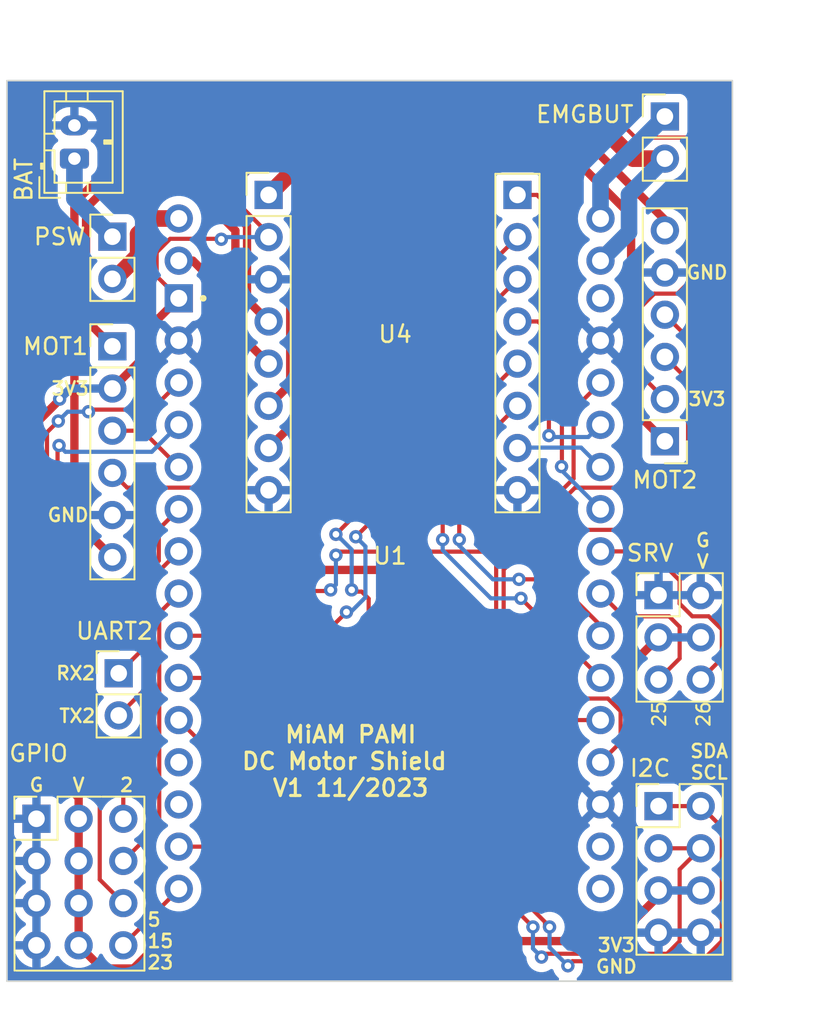
<source format=kicad_pcb>
(kicad_pcb (version 20221018) (generator pcbnew)
  (layers (0 "F.Cu" signal) (31 "B.Cu" signal) (34 "B.Paste" user) (35 "F.Paste" user) (36 "B.SilkS" user "B.Silkscreen") (37 "F.SilkS" user "F.Silkscreen") (38 "B.Mask" user) (39 "F.Mask" user) (44 "Edge.Cuts" user))
  (net 0 "")
  (net 1 "GND")
  (net 2 "+12V")
  (net 3 "/BAT_READING")
  (net 4 "+3V3")
  (net 5 "/POWER_SWITCH")
  (net 6 "/EMERGENCY_BUTTON")
  (net 7 "/5V_POWER")
  (net 8 "/SDA")
  (net 9 "/SCL")
  (net 10 "/2Y")
  (net 11 "/ENCODER_B1")
  (net 12 "/ENCODER_A1")
  (net 13 "/1Y")
  (net 14 "/3Y")
  (net 15 "/ENCODER_B2")
  (net 16 "/ENCODER_A2")
  (net 17 "/4Y")
  (net 18 "/BATTERY_INPUT")
  (net 19 "/RX2")
  (net 20 "/TX2")
  (net 21 "/GPIO2")
  (net 22 "/GPIO5")
  (net 23 "/GPIO15")
  (net 24 "/GPIO23")
  (net 25 "/SERVO_PWM_1")
  (net 26 "/SERVO_PWM_2")
  (net 27 "/1A")
  (net 28 "/2A")
  (net 32 "/3A")
  (net 33 "/4A")
  (net 34 "/EN12")
  (net 35 "/EN34")
  (net 36 "/STBY")
  (footprint "Connector_PinHeader_2.54mm:PinHeader_2x04_P2.54mm_Vertical" (layer "F.Cu") (at 86.614 90.17)
    (fp_text reference "I2C" (at -0.508 -2.286) (layer "F.SilkS"))
    (fp_text value "Conn_02x04_Odd_Even")
    (fp_line (start -1.33 -1.33) (end 0 -1.33) (stroke (width 0.12)) (layer "F.SilkS"))
    (fp_line (start -1.33 0) (end -1.33 -1.33) (stroke (width 0.12)) (layer "F.SilkS"))
    (fp_line (start -1.33 1.27) (end -1.33 8.95) (stroke (width 0.12)) (layer "F.SilkS"))
    (fp_line (start -1.33 1.27) (end 1.27 1.27) (stroke (width 0.12)) (layer "F.SilkS"))
    (fp_line (start -1.33 8.95) (end 3.87 8.95) (stroke (width 0.12)) (layer "F.SilkS"))
    (fp_line (start 1.27 -1.33) (end 3.87 -1.33) (stroke (width 0.12)) (layer "F.SilkS"))
    (fp_line (start 1.27 1.27) (end 1.27 -1.33) (stroke (width 0.12)) (layer "F.SilkS"))
    (fp_line (start 3.87 -1.33) (end 3.87 8.95) (stroke (width 0.12)) (layer "F.SilkS"))
    (pad "1" thru_hole rect (at 0 0) (size 1.7 1.7) (drill 1) (layers "*.Cu" "*.Mask") (net 8 "/SDA"))
    (pad "2" thru_hole oval (at 2.54 0) (size 1.7 1.7) (drill 1) (layers "*.Cu" "*.Mask") (net 8 "/SDA"))
    (pad "3" thru_hole oval (at 0 2.54) (size 1.7 1.7) (drill 1) (layers "*.Cu" "*.Mask") (net 9 "/SCL"))
    (pad "4" thru_hole oval (at 2.54 2.54) (size 1.7 1.7) (drill 1) (layers "*.Cu" "*.Mask") (net 9 "/SCL"))
    (pad "5" thru_hole oval (at 0 5.08) (size 1.7 1.7) (drill 1) (layers "*.Cu" "*.Mask") (net 4 "+3V3"))
    (pad "6" thru_hole oval (at 2.54 5.08) (size 1.7 1.7) (drill 1) (layers "*.Cu" "*.Mask") (net 4 "+3V3"))
    (pad "7" thru_hole oval (at 0 7.62) (size 1.7 1.7) (drill 1) (layers "*.Cu" "*.Mask") (net 1 "GND"))
    (pad "8" thru_hole oval (at 2.54 7.62) (size 1.7 1.7) (drill 1) (layers "*.Cu" "*.Mask") (net 1 "GND"))
  )
  (footprint "MiAM_ESP32_Footprints:ESP32_ShieldPattern" (layer "F.Cu") (at 70.4185 75.1055)
    (fp_text reference "U1" (at 0.0254 0) (layer "F.SilkS"))
    (fp_text value "ESP32-DEVKIT-V1")
    (fp_circle (center -11.2268 -15.515) (end -11.1268 -15.515) (stroke (width 0.2)) (fill none) (layer "F.SilkS"))
    (pad "1" thru_hole rect (at -12.7 -15.515) (size 1.7 1.7) (drill 1.02) (layers "*.Cu" "*.Mask") (net 4 "+3V3"))
    (pad "2" thru_hole circle (at -12.7 -12.975) (size 1.7 1.7) (drill 1.02) (layers "*.Cu" "*.Mask") (net 1 "GND"))
    (pad "3" thru_hole circle (at -12.7 -10.435) (size 1.7 1.7) (drill 1.02) (layers "*.Cu" "*.Mask") (net 23 "/GPIO15"))
    (pad "4" thru_hole circle (at -12.7 -7.895) (size 1.7 1.7) (drill 1.02) (layers "*.Cu" "*.Mask") (net 21 "/GPIO2"))
    (pad "5" thru_hole circle (at -12.7 -5.355) (size 1.7 1.7) (drill 1.02) (layers "*.Cu" "*.Mask") (net 11 "/ENCODER_B1"))
    (pad "6" thru_hole circle (at -12.7 -2.815) (size 1.7 1.7) (drill 1.02) (layers "*.Cu" "*.Mask") (net 19 "/RX2"))
    (pad "7" thru_hole circle (at -12.7 -0.275) (size 1.7 1.7) (drill 1.02) (layers "*.Cu" "*.Mask") (net 20 "/TX2"))
    (pad "8" thru_hole circle (at -12.7 2.265) (size 1.7 1.7) (drill 1.02) (layers "*.Cu" "*.Mask") (net 22 "/GPIO5"))
    (pad "9" thru_hole circle (at -12.7 4.805) (size 1.7 1.7) (drill 1.02) (layers "*.Cu" "*.Mask") (net 27 "/1A"))
    (pad "10" thru_hole circle (at -12.7 7.345) (size 1.7 1.7) (drill 1.02) (layers "*.Cu" "*.Mask") (net 28 "/2A"))
    (pad "11" thru_hole circle (at -12.7 9.885) (size 1.7 1.7) (drill 1.02) (layers "*.Cu" "*.Mask") (net 8 "/SDA"))
    (pad "12" thru_hole circle (at -12.7 12.425) (size 1.7 1.7) (drill 1.02) (layers "*.Cu" "*.Mask"))
    (pad "13" thru_hole circle (at -12.7 14.965) (size 1.7 1.7) (drill 1.02) (layers "*.Cu" "*.Mask"))
    (pad "14" thru_hole circle (at -12.7 17.505) (size 1.7 1.7) (drill 1.02) (layers "*.Cu" "*.Mask") (net 9 "/SCL"))
    (pad "15" thru_hole circle (at -12.7 20.045) (size 1.7 1.7) (drill 1.02) (layers "*.Cu" "*.Mask") (net 24 "/GPIO23"))
    (pad "16" thru_hole circle (at 12.7 20.045) (size 1.7 1.7) (drill 1.02) (layers "*.Cu" "*.Mask"))
    (pad "17" thru_hole circle (at 12.7 17.505) (size 1.7 1.7) (drill 1.02) (layers "*.Cu" "*.Mask") (net 3 "/BAT_READING"))
    (pad "18" thru_hole circle (at 12.7 14.965) (size 1.7 1.7) (drill 1.02) (layers "*.Cu" "*.Mask") (net 1 "GND"))
    (pad "19" thru_hole circle (at 12.7 12.425) (size 1.7 1.7) (drill 1.02) (layers "*.Cu" "*.Mask") (net 16 "/ENCODER_A2"))
    (pad "20" thru_hole circle (at 12.7 9.885) (size 1.7 1.7) (drill 1.02) (layers "*.Cu" "*.Mask") (net 15 "/ENCODER_B2"))
    (pad "21" thru_hole circle (at 12.7 7.345) (size 1.7 1.7) (drill 1.02) (layers "*.Cu" "*.Mask") (net 32 "/3A"))
    (pad "22" thru_hole circle (at 12.7 4.805) (size 1.7 1.7) (drill 1.02) (layers "*.Cu" "*.Mask") (net 33 "/4A"))
    (pad "23" thru_hole circle (at 12.7 2.265) (size 1.7 1.7) (drill 1.02) (layers "*.Cu" "*.Mask") (net 25 "/SERVO_PWM_1"))
    (pad "24" thru_hole circle (at 12.7 -0.275) (size 1.7 1.7) (drill 1.02) (layers "*.Cu" "*.Mask") (net 26 "/SERVO_PWM_2"))
    (pad "25" thru_hole circle (at 12.7 -2.815) (size 1.7 1.7) (drill 1.02) (layers "*.Cu" "*.Mask") (net 34 "/EN12"))
    (pad "26" thru_hole circle (at 12.7 -5.355) (size 1.7 1.7) (drill 1.02) (layers "*.Cu" "*.Mask") (net 35 "/EN34"))
    (pad "27" thru_hole circle (at 12.7 -7.895) (size 1.7 1.7) (drill 1.02) (layers "*.Cu" "*.Mask") (net 36 "/STBY"))
    (pad "28" thru_hole circle (at 12.7 -10.435) (size 1.7 1.7) (drill 1.02) (layers "*.Cu" "*.Mask") (net 12 "/ENCODER_A1"))
    (pad "29" thru_hole circle (at 12.7 -12.975) (size 1.7 1.7) (drill 1.02) (layers "*.Cu" "*.Mask") (net 1 "GND"))
    (pad "30" thru_hole circle (at 12.7 -15.515) (size 1.7 1.7) (drill 1.02) (layers "*.Cu" "*.Mask"))
    (pad "SH1" thru_hole circle (at 12.7 -17.78) (size 1.7 1.7) (drill 1.02) (layers "*.Cu" "*.Mask") (net 6 "/EMERGENCY_BUTTON"))
    (pad "SH2" thru_hole circle (at 12.7 -20.32) (size 1.7 1.7) (drill 1.02) (layers "*.Cu" "*.Mask") (net 2 "+12V"))
    (pad "SH3" thru_hole circle (at -12.7 -17.78) (size 1.7 1.7) (drill 1.02) (layers "*.Cu" "*.Mask") (net 7 "/5V_POWER"))
    (pad "SH4" thru_hole circle (at -12.7 -20.32) (size 1.7 1.7) (drill 1.02) (layers "*.Cu" "*.Mask") (net 5 "/POWER_SWITCH"))
  )
  (footprint "Connector_PinHeader_2.54mm:PinHeader_1x02_P2.54mm_Vertical" (layer "F.Cu") (at 54.102 82.169)
    (fp_text reference "UART2" (at -0.254 -2.54) (layer "F.SilkS"))
    (fp_text value "Conn_01x02_Male")
    (fp_line (start -1.33 -1.33) (end 0 -1.33) (stroke (width 0.12)) (layer "F.SilkS"))
    (fp_line (start -1.33 0) (end -1.33 -1.33) (stroke (width 0.12)) (layer "F.SilkS"))
    (fp_line (start -1.33 1.27) (end -1.33 3.87) (stroke (width 0.12)) (layer "F.SilkS"))
    (fp_line (start -1.33 1.27) (end 1.33 1.27) (stroke (width 0.12)) (layer "F.SilkS"))
    (fp_line (start -1.33 3.87) (end 1.33 3.87) (stroke (width 0.12)) (layer "F.SilkS"))
    (fp_line (start 1.33 1.27) (end 1.33 3.87) (stroke (width 0.12)) (layer "F.SilkS"))
    (pad "1" thru_hole rect (at 0 0) (size 1.7 1.7) (drill 1) (layers "*.Cu" "*.Mask") (net 19 "/RX2"))
    (pad "2" thru_hole oval (at 0 2.54) (size 1.7 1.7) (drill 1) (layers "*.Cu" "*.Mask") (net 20 "/TX2"))
  )
  (footprint "Connector_PinHeader_2.54mm:PinHeader_1x06_P2.54mm_Vertical" (layer "F.Cu") (at 86.995 68.199 180)
    (fp_text reference "MOT2" (at 0 -2.33) (layer "F.SilkS"))
    (fp_text value "Conn_01x06_Male")
    (fp_line (start -1.33 -1.33) (end 0 -1.33) (stroke (width 0.12)) (layer "F.SilkS"))
    (fp_line (start -1.33 0) (end -1.33 -1.33) (stroke (width 0.12)) (layer "F.SilkS"))
    (fp_line (start -1.33 1.27) (end -1.33 14.03) (stroke (width 0.12)) (layer "F.SilkS"))
    (fp_line (start -1.33 1.27) (end 1.33 1.27) (stroke (width 0.12)) (layer "F.SilkS"))
    (fp_line (start -1.33 14.03) (end 1.33 14.03) (stroke (width 0.12)) (layer "F.SilkS"))
    (fp_line (start 1.33 1.27) (end 1.33 14.03) (stroke (width 0.12)) (layer "F.SilkS"))
    (pad "1" thru_hole rect (at 0 0 180) (size 1.7 1.7) (drill 1) (layers "*.Cu" "*.Mask") (net 14 "/3Y"))
    (pad "2" thru_hole oval (at 0 2.54 180) (size 1.7 1.7) (drill 1) (layers "*.Cu" "*.Mask") (net 4 "+3V3"))
    (pad "3" thru_hole oval (at 0 5.08 180) (size 1.7 1.7) (drill 1) (layers "*.Cu" "*.Mask") (net 15 "/ENCODER_B2"))
    (pad "4" thru_hole oval (at 0 7.62 180) (size 1.7 1.7) (drill 1) (layers "*.Cu" "*.Mask") (net 16 "/ENCODER_A2"))
    (pad "5" thru_hole oval (at 0 10.16 180) (size 1.7 1.7) (drill 1) (layers "*.Cu" "*.Mask") (net 1 "GND"))
    (pad "6" thru_hole oval (at 0 12.7 180) (size 1.7 1.7) (drill 1) (layers "*.Cu" "*.Mask") (net 17 "/4Y"))
  )
  (footprint "Connector_PinHeader_2.54mm:PinHeader_2x03_P2.54mm_Vertical" (layer "F.Cu") (at 86.614 77.47)
    (fp_text reference "SRV" (at -0.508 -2.54 180) (layer "F.SilkS"))
    (fp_text value "Conn_02x03_Odd_Even")
    (fp_line (start -1.33 -1.33) (end 0 -1.33) (stroke (width 0.12)) (layer "F.SilkS"))
    (fp_line (start -1.33 0) (end -1.33 -1.33) (stroke (width 0.12)) (layer "F.SilkS"))
    (fp_line (start -1.33 1.27) (end -1.33 6.41) (stroke (width 0.12)) (layer "F.SilkS"))
    (fp_line (start -1.33 1.27) (end 1.27 1.27) (stroke (width 0.12)) (layer "F.SilkS"))
    (fp_line (start -1.33 6.41) (end 3.87 6.41) (stroke (width 0.12)) (layer "F.SilkS"))
    (fp_line (start 1.27 -1.33) (end 3.87 -1.33) (stroke (width 0.12)) (layer "F.SilkS"))
    (fp_line (start 1.27 1.27) (end 1.27 -1.33) (stroke (width 0.12)) (layer "F.SilkS"))
    (fp_line (start 3.87 -1.33) (end 3.87 6.41) (stroke (width 0.12)) (layer "F.SilkS"))
    (pad "1" thru_hole rect (at 0 0) (size 1.7 1.7) (drill 1) (layers "*.Cu" "*.Mask") (net 1 "GND"))
    (pad "2" thru_hole oval (at 2.54 0) (size 1.7 1.7) (drill 1) (layers "*.Cu" "*.Mask") (net 1 "GND"))
    (pad "3" thru_hole oval (at 0 2.54) (size 1.7 1.7) (drill 1) (layers "*.Cu" "*.Mask") (net 7 "/5V_POWER"))
    (pad "4" thru_hole oval (at 2.54 2.54) (size 1.7 1.7) (drill 1) (layers "*.Cu" "*.Mask") (net 7 "/5V_POWER"))
    (pad "5" thru_hole oval (at 0 5.08) (size 1.7 1.7) (drill 1) (layers "*.Cu" "*.Mask") (net 25 "/SERVO_PWM_1"))
    (pad "6" thru_hole oval (at 2.54 5.08) (size 1.7 1.7) (drill 1) (layers "*.Cu" "*.Mask") (net 26 "/SERVO_PWM_2"))
  )
  (footprint "MiAM_ESP32_Footprints:PinHeader_3x4_P2.54mm_Vertical" (layer "F.Cu") (at 49.149 90.932)
    (fp_text reference "GPIO" (at 0.127 -3.937) (layer "F.SilkS"))
    (fp_text value "~")
    (fp_line (start -1.33 -1.33) (end 0 -1.33) (stroke (width 0.12)) (layer "F.SilkS"))
    (fp_line (start -1.33 0) (end -1.33 -1.33) (stroke (width 0.12)) (layer "F.SilkS"))
    (fp_line (start -1.33 1.27) (end -1.3208 9.144) (stroke (width 0.12)) (layer "F.SilkS"))
    (fp_line (start -1.33 1.27) (end 1.27 1.27) (stroke (width 0.12)) (layer "F.SilkS"))
    (fp_line (start -1.226 9.144) (end 6.5024 9.144) (stroke (width 0.12)) (layer "F.SilkS"))
    (fp_line (start 1.27 -1.33) (end 3.87 -1.33) (stroke (width 0.12)) (layer "F.SilkS"))
    (fp_line (start 1.27 1.27) (end 1.27 -1.33) (stroke (width 0.12)) (layer "F.SilkS"))
    (fp_line (start 3.96 -1.33) (end 6.5 -1.33) (stroke (width 0.12)) (layer "F.SilkS"))
    (fp_line (start 6.5 -1.33) (end 6.5024 9.144) (stroke (width 0.12)) (layer "F.SilkS"))
    (pad "1" thru_hole rect (at 0 0) (size 1.7 1.7) (drill 1) (layers "*.Cu" "*.Mask") (net 1 "GND"))
    (pad "2" thru_hole oval (at 0 2.54) (size 1.7 1.7) (drill 1) (layers "*.Cu" "*.Mask") (net 1 "GND"))
    (pad "3" thru_hole oval (at 0 5.08) (size 1.7 1.7) (drill 1) (layers "*.Cu" "*.Mask") (net 1 "GND"))
    (pad "4" thru_hole oval (at 0 7.62) (size 1.7 1.7) (drill 1) (layers "*.Cu" "*.Mask") (net 1 "GND"))
    (pad "5" thru_hole oval (at 2.54 0) (size 1.7 1.7) (drill 1) (layers "*.Cu" "*.Mask") (net 4 "+3V3"))
    (pad "6" thru_hole oval (at 2.54 2.54) (size 1.7 1.7) (drill 1) (layers "*.Cu" "*.Mask") (net 4 "+3V3"))
    (pad "7" thru_hole oval (at 2.54 5.08) (size 1.7 1.7) (drill 1) (layers "*.Cu" "*.Mask") (net 4 "+3V3"))
    (pad "8" thru_hole oval (at 2.54 7.62) (size 1.7 1.7) (drill 1) (layers "*.Cu" "*.Mask") (net 4 "+3V3"))
    (pad "9" thru_hole oval (at 5.23 0) (size 1.7 1.7) (drill 1) (layers "*.Cu" "*.Mask") (net 21 "/GPIO2"))
    (pad "10" thru_hole oval (at 5.23 2.54) (size 1.7 1.7) (drill 1) (layers "*.Cu" "*.Mask") (net 22 "/GPIO5"))
    (pad "11" thru_hole oval (at 5.23 5.08) (size 1.7 1.7) (drill 1) (layers "*.Cu" "*.Mask") (net 23 "/GPIO15"))
    (pad "12" thru_hole oval (at 5.23 7.62) (size 1.7 1.7) (drill 1) (layers "*.Cu" "*.Mask") (net 24 "/GPIO23"))
  )
  (footprint "Connector_PinHeader_2.54mm:PinHeader_1x02_P2.54mm_Vertical" (layer "F.Cu") (at 86.995 48.641)
    (fp_text reference "EMGBUT" (at -4.826 -0.127) (layer "F.SilkS"))
    (fp_text value "Conn_01x02_Male")
    (fp_line (start -1.33 -1.33) (end 0 -1.33) (stroke (width 0.12)) (layer "F.SilkS"))
    (fp_line (start -1.33 0) (end -1.33 -1.33) (stroke (width 0.12)) (layer "F.SilkS"))
    (fp_line (start -1.33 1.27) (end -1.33 3.87) (stroke (width 0.12)) (layer "F.SilkS"))
    (fp_line (start -1.33 1.27) (end 1.33 1.27) (stroke (width 0.12)) (layer "F.SilkS"))
    (fp_line (start -1.33 3.87) (end 1.33 3.87) (stroke (width 0.12)) (layer "F.SilkS"))
    (fp_line (start 1.33 1.27) (end 1.33 3.87) (stroke (width 0.12)) (layer "F.SilkS"))
    (pad "1" thru_hole rect (at 0 0) (size 1.7 1.7) (drill 1) (layers "*.Cu" "*.Mask") (net 2 "+12V"))
    (pad "2" thru_hole oval (at 0 2.54) (size 1.7 1.7) (drill 1) (layers "*.Cu" "*.Mask") (net 6 "/EMERGENCY_BUTTON"))
  )
  (footprint "Connector_PinHeader_2.54mm:PinHeader_1x02_P2.54mm_Vertical" (layer "F.Cu") (at 53.721 55.88)
    (fp_text reference "PSW" (at -3.175 0) (layer "F.SilkS"))
    (fp_text value "Conn_01x02_Male")
    (fp_line (start -1.33 -1.33) (end 0 -1.33) (stroke (width 0.12)) (layer "F.SilkS"))
    (fp_line (start -1.33 0) (end -1.33 -1.33) (stroke (width 0.12)) (layer "F.SilkS"))
    (fp_line (start -1.33 1.27) (end -1.33 3.87) (stroke (width 0.12)) (layer "F.SilkS"))
    (fp_line (start -1.33 1.27) (end 1.33 1.27) (stroke (width 0.12)) (layer "F.SilkS"))
    (fp_line (start -1.33 3.87) (end 1.33 3.87) (stroke (width 0.12)) (layer "F.SilkS"))
    (fp_line (start 1.33 1.27) (end 1.33 3.87) (stroke (width 0.12)) (layer "F.SilkS"))
    (pad "1" thru_hole rect (at 0 0) (size 1.7 1.7) (drill 1) (layers "*.Cu" "*.Mask") (net 18 "/BATTERY_INPUT"))
    (pad "2" thru_hole oval (at 0 2.54) (size 1.7 1.7) (drill 1) (layers "*.Cu" "*.Mask") (net 5 "/POWER_SWITCH"))
  )
  (footprint "Connector_JST:JST_PH_B2B-PH-K_1x02_P2.00mm_Vertical" (layer "F.Cu") (at 51.435 51.181 90)
    (fp_text reference "BAT" (at -1.27 -3.048 90) (layer "F.SilkS"))
    (fp_text value "Screw_Terminal_01x02")
    (fp_line (start -2.36 -2.11) (end -2.36 -0.86) (stroke (width 0.12)) (layer "F.SilkS"))
    (fp_line (start -2.06 -1.81) (end -2.06 2.91) (stroke (width 0.12)) (layer "F.SilkS"))
    (fp_line (start -2.06 -0.5) (end -1.45 -0.5) (stroke (width 0.12)) (layer "F.SilkS"))
    (fp_line (start -2.06 0.8) (end -1.45 0.8) (stroke (width 0.12)) (layer "F.SilkS"))
    (fp_line (start -2.06 2.91) (end 4.06 2.91) (stroke (width 0.12)) (layer "F.SilkS"))
    (fp_line (start -1.45 -1.2) (end -1.45 2.3) (stroke (width 0.12)) (layer "F.SilkS"))
    (fp_line (start -1.45 2.3) (end 3.45 2.3) (stroke (width 0.12)) (layer "F.SilkS"))
    (fp_line (start -1.11 -2.11) (end -2.36 -2.11) (stroke (width 0.12)) (layer "F.SilkS"))
    (fp_line (start -0.6 -2.01) (end -0.6 -1.81) (stroke (width 0.12)) (layer "F.SilkS"))
    (fp_line (start -0.3 -2.01) (end -0.6 -2.01) (stroke (width 0.12)) (layer "F.SilkS"))
    (fp_line (start -0.3 -1.91) (end -0.6 -1.91) (stroke (width 0.12)) (layer "F.SilkS"))
    (fp_line (start -0.3 -1.81) (end -0.3 -2.01) (stroke (width 0.12)) (layer "F.SilkS"))
    (fp_line (start 0.5 -1.81) (end 0.5 -1.2) (stroke (width 0.12)) (layer "F.SilkS"))
    (fp_line (start 0.5 -1.2) (end -1.45 -1.2) (stroke (width 0.12)) (layer "F.SilkS"))
    (fp_line (start 0.9 1.8) (end 1.1 1.8) (stroke (width 0.12)) (layer "F.SilkS"))
    (fp_line (start 0.9 2.3) (end 0.9 1.8) (stroke (width 0.12)) (layer "F.SilkS"))
    (fp_line (start 1 2.3) (end 1 1.8) (stroke (width 0.12)) (layer "F.SilkS"))
    (fp_line (start 1.1 1.8) (end 1.1 2.3) (stroke (width 0.12)) (layer "F.SilkS"))
    (fp_line (start 1.5 -1.2) (end 1.5 -1.81) (stroke (width 0.12)) (layer "F.SilkS"))
    (fp_line (start 3.45 -1.2) (end 1.5 -1.2) (stroke (width 0.12)) (layer "F.SilkS"))
    (fp_line (start 3.45 2.3) (end 3.45 -1.2) (stroke (width 0.12)) (layer "F.SilkS"))
    (fp_line (start 4.06 -1.81) (end -2.06 -1.81) (stroke (width 0.12)) (layer "F.SilkS"))
    (fp_line (start 4.06 -0.5) (end 3.45 -0.5) (stroke (width 0.12)) (layer "F.SilkS"))
    (fp_line (start 4.06 0.8) (end 3.45 0.8) (stroke (width 0.12)) (layer "F.SilkS"))
    (fp_line (start 4.06 2.91) (end 4.06 -1.81) (stroke (width 0.12)) (layer "F.SilkS"))
    (pad "1" thru_hole roundrect (at 0 0 90) (size 1.2 1.75) (drill 0.75) (layers "*.Cu" "*.Mask") (roundrect_rratio 0.2083333333) (net 18 "/BATTERY_INPUT"))
    (pad "2" thru_hole oval (at 2 0 90) (size 1.2 1.75) (drill 0.75) (layers "*.Cu" "*.Mask") (net 1 "GND"))
  )
  (footprint "MiAM_ESP32_Footprints:TB6612FNG" (layer "F.Cu") (at 63.13 73.6855)
    (fp_text reference "U4" (at 7.62 -11.93 unlocked) (layer "F.SilkS"))
    (fp_text value "TB6612FNG")
    (fp_line (start -1.33 -21.65) (end 0 -21.65) (stroke (width 0.12)) (layer "F.SilkS"))
    (fp_line (start -1.33 -20.32) (end -1.33 -21.65) (stroke (width 0.12)) (layer "F.SilkS"))
    (fp_line (start -1.33 -19.05) (end -1.33 -1.21) (stroke (width 0.12)) (layer "F.SilkS"))
    (fp_line (start -1.33 -19.05) (end 1.33 -19.05) (stroke (width 0.12)) (layer "F.SilkS"))
    (fp_line (start -1.33 -1.21) (end 1.33 -1.21) (stroke (width 0.12)) (layer "F.SilkS"))
    (fp_line (start 1.33 -19.05) (end 1.33 -1.21) (stroke (width 0.12)) (layer "F.SilkS"))
    (fp_line (start 13.656 -21.59) (end 13.656 -1.21) (stroke (width 0.12)) (layer "F.SilkS"))
    (fp_line (start 13.656 -21.59) (end 16.316 -21.59) (stroke (width 0.12)) (layer "F.SilkS"))
    (fp_line (start 13.656 -1.21) (end 16.316 -1.21) (stroke (width 0.12)) (layer "F.SilkS"))
    (fp_line (start 16.316 -21.59) (end 16.316 -1.21) (stroke (width 0.12)) (layer "F.SilkS"))
    (pad "1" thru_hole rect (at 0 -20.32) (size 1.7 1.7) (drill 1) (layers "*.Cu" "*.Mask") (net 6 "/EMERGENCY_BUTTON"))
    (pad "2" thru_hole oval (at 0 -17.78) (size 1.7 1.7) (drill 1) (layers "*.Cu" "*.Mask") (net 4 "+3V3"))
    (pad "3" thru_hole oval (at 0 -15.24) (size 1.7 1.7) (drill 1) (layers "*.Cu" "*.Mask") (net 1 "GND"))
    (pad "4" thru_hole oval (at 0 -12.7) (size 1.7 1.7) (drill 1) (layers "*.Cu" "*.Mask") (net 13 "/1Y"))
    (pad "5" thru_hole oval (at 0 -10.16) (size 1.7 1.7) (drill 1) (layers "*.Cu" "*.Mask") (net 10 "/2Y"))
    (pad "6" thru_hole oval (at 0 -7.62) (size 1.7 1.7) (drill 1) (layers "*.Cu" "*.Mask") (net 17 "/4Y"))
    (pad "7" thru_hole oval (at 0 -5.08) (size 1.7 1.7) (drill 1) (layers "*.Cu" "*.Mask") (net 14 "/3Y"))
    (pad "8" thru_hole oval (at 0 -2.54) (size 1.7 1.7) (drill 1) (layers "*.Cu" "*.Mask") (net 1 "GND"))
    (pad "9" thru_hole oval (at 14.986 -2.54) (size 1.7 1.7) (drill 1) (layers "*.Cu" "*.Mask") (net 1 "GND"))
    (pad "10" thru_hole oval (at 14.986 -5.08) (size 1.7 1.7) (drill 1) (layers "*.Cu" "*.Mask") (net 35 "/EN34"))
    (pad "11" thru_hole oval (at 14.986 -7.62) (size 1.7 1.7) (drill 1) (layers "*.Cu" "*.Mask") (net 33 "/4A"))
    (pad "12" thru_hole oval (at 14.986 -10.16) (size 1.7 1.7) (drill 1) (layers "*.Cu" "*.Mask") (net 32 "/3A"))
    (pad "13" thru_hole oval (at 14.986 -12.7) (size 1.7 1.7) (drill 1) (layers "*.Cu" "*.Mask") (net 36 "/STBY"))
    (pad "14" thru_hole oval (at 14.986 -15.24) (size 1.7 1.7) (drill 1) (layers "*.Cu" "*.Mask") (net 27 "/1A"))
    (pad "15" thru_hole oval (at 14.986 -17.78) (size 1.7 1.7) (drill 1) (layers "*.Cu" "*.Mask") (net 28 "/2A"))
    (pad "16" thru_hole rect (at 14.986 -20.32) (size 1.7 1.7) (drill 1) (layers "*.Cu" "*.Mask") (net 34 "/EN12"))
  )
  (footprint "Connector_PinHeader_2.54mm:PinHeader_1x06_P2.54mm_Vertical" (layer "F.Cu") (at 53.721 62.484)
    (fp_text reference "MOT1" (at -3.429 0) (layer "F.SilkS"))
    (fp_text value "Conn_01x06_Male")
    (fp_line (start -1.33 -1.33) (end 0 -1.33) (stroke (width 0.12)) (layer "F.SilkS"))
    (fp_line (start -1.33 0) (end -1.33 -1.33) (stroke (width 0.12)) (layer "F.SilkS"))
    (fp_line (start -1.33 1.27) (end -1.33 14.03) (stroke (width 0.12)) (layer "F.SilkS"))
    (fp_line (start -1.33 1.27) (end 1.33 1.27) (stroke (width 0.12)) (layer "F.SilkS"))
    (fp_line (start -1.33 14.03) (end 1.33 14.03) (stroke (width 0.12)) (layer "F.SilkS"))
    (fp_line (start 1.33 1.27) (end 1.33 14.03) (stroke (width 0.12)) (layer "F.SilkS"))
    (pad "1" thru_hole rect (at 0 0) (size 1.7 1.7) (drill 1) (layers "*.Cu" "*.Mask") (net 10 "/2Y"))
    (pad "2" thru_hole oval (at 0 2.54) (size 1.7 1.7) (drill 1) (layers "*.Cu" "*.Mask") (net 4 "+3V3"))
    (pad "3" thru_hole oval (at 0 5.08) (size 1.7 1.7) (drill 1) (layers "*.Cu" "*.Mask") (net 11 "/ENCODER_B1"))
    (pad "4" thru_hole oval (at 0 7.62) (size 1.7 1.7) (drill 1) (layers "*.Cu" "*.Mask") (net 12 "/ENCODER_A1"))
    (pad "5" thru_hole oval (at 0 10.16) (size 1.7 1.7) (drill 1) (layers "*.Cu" "*.Mask") (net 1 "GND"))
    (pad "6" thru_hole oval (at 0 12.7) (size 1.7 1.7) (drill 1) (layers "*.Cu" "*.Mask") (net 13 "/1Y"))
  )
  (gr_rect (start 47.371 46.482) (end 91.059 100.711) (stroke (width 0.1)) (fill none) (layer "Edge.Cuts"))
  (gr_text "G\nV" (at 89.281 74.803) (layer "F.SilkS") (effects (font (size 0.8 0.8))))
  (gr_text "5\n15\n23" (at 55.753 98.298) (layer "F.SilkS") (effects (font (size 0.8 0.8)) (justify left)))
  (gr_text "GND" (at 51.054 72.644) (layer "F.SilkS") (effects (font (size 0.8 0.8))))
  (gr_text "MiAM PAMI\nDC Motor Shield \nV1 11/2023" (at 68.072 89.662) (layer "F.SilkS") (effects (font (size 1 1) (thickness 0.1875)) (justify bottom)))
  (gr_text "26" (at 89.789 85.471 90) (layer "F.SilkS") (effects (font (size 0.8 0.8) (thickness 0.125)) (justify left bottom)))
  (gr_text "G" (at 49.149 88.9) (layer "F.SilkS") (effects (font (size 0.8 0.8))))
  (gr_text "2" (at 54.102 88.9) (layer "F.SilkS") (effects (font (size 0.8 0.8)) (justify left)))
  (gr_text "3V3" (at 51.181 65.024) (layer "F.SilkS") (effects (font (size 0.8 0.8))))
  (gr_text "GND" (at 89.535 58.039) (layer "F.SilkS") (effects (font (size 0.8 0.8))))
  (gr_text "RX2" (at 52.772 82.169) (layer "F.SilkS") (effects (font (size 0.8 0.8)) (justify right)))
  (gr_text "3V3\nGND" (at 84.074 99.187) (layer "F.SilkS") (effects (font (size 0.8 0.8))))
  (gr_text "25" (at 87.122 85.471 90) (layer "F.SilkS") (effects (font (size 0.8 0.8) (thickness 0.125)) (justify left bottom)))
  (gr_text "TX2" (at 52.772 84.739) (layer "F.SilkS") (effects (font (size 0.8 0.8)) (justify right)))
  (gr_text "SDA\nSCL" (at 89.662 87.503) (layer "F.SilkS") (effects (font (size 0.8 0.8))))
  (gr_text "V" (at 51.689 88.9) (layer "F.SilkS") (effects (font (size 0.8 0.8))))
  (gr_text "3V3" (at 89.535 65.659) (layer "F.SilkS") (effects (font (size 0.8 0.8))))
  (segment (start 83.1185 54.7855) (end 83.1185 52.5175) (width 1) (layer "B.Cu") (net 2))
  (segment (start 83.1185 52.5175) (end 86.995 48.641) (width 1) (layer "B.Cu") (net 2))
  (segment (start 87.757 59.309) (end 86.36 59.309) (width 0.25) (layer "F.Cu") (net 4))
  (segment (start 49.022 86.995) (end 51.689 89.662) (width 0.5) (layer "F.Cu") (net 4))
  (segment (start 56.007 61.302) (end 57.7185 59.5905) (width 0.5) (layer "F.Cu") (net 4))
  (segment (start 88.265 49.911) (end 88.773 50.419) (width 0.25) (layer "F.Cu") (net 4))
  (segment (start 60.2805 56.035913) (end 60.251587 56.007) (width 0.25) (layer "F.Cu") (net 4))
  (segment (start 86.614 95.25) (end 86.614 95.577502) (width 0.5) (layer "F.Cu") (net 4))
  (segment (start 63.13 55.9055) (end 63.13 55.712828) (width 0.25) (layer "F.Cu") (net 4))
  (segment (start 56.642 98.298) (end 54.991 99.949) (width 0.5) (layer "F.Cu") (net 4))
  (segment (start 54.991 99.949) (end 53.086 99.949) (width 0.5) (layer "F.Cu") (net 4))
  (segment (start 50.546 65.6985) (end 49.022 67.2225) (width 0.5) (layer "F.Cu") (net 4))
  (segment (start 57.199973 56.007) (end 56.388 56.818973) (width 0.25) (layer "F.Cu") (net 4))
  (segment (start 63.13 55.712828) (end 61.595 54.177828) (width 0.25) (layer "F.Cu") (net 4))
  (segment (start 85.217 49.911) (end 88.265 49.911) (width 0.25) (layer "F.Cu") (net 4))
  (segment (start 51.689 89.662) (end 51.689 90.932) (width 0.5) (layer "F.Cu") (net 4))
  (segment (start 65.786 48.133) (end 83.439 48.133) (width 0.25) (layer "F.Cu") (net 4))
  (segment (start 56.388 58.26) (end 57.7185 59.5905) (width 0.25) (layer "F.Cu") (net 4))
  (segment (start 53.086 99.949) (end 51.689 98.552) (width 0.5) (layer "F.Cu") (net 4))
  (segment (start 61.595 54.177828) (end 61.595 52.324) (width 0.25) (layer "F.Cu") (net 4))
  (segment (start 61.595 52.324) (end 65.786 48.133) (width 0.25) (layer "F.Cu") (net 4))
  (segment (start 83.893502 98.298) (end 56.642 98.298) (width 0.5) (layer "F.Cu") (net 4))
  (segment (start 60.251587 56.007) (end 57.199973 56.007) (width 0.25) (layer "F.Cu") (net 4))
  (segment (start 53.721 65.024) (end 56.007 62.738) (width 0.5) (layer "F.Cu") (net 4))
  (segment (start 51.689 98.552) (end 51.689 90.932) (width 0.5) (layer "F.Cu") (net 4))
  (segment (start 86.36 59.309) (end 85.598 60.071) (width 0.25) (layer "F.Cu") (net 4))
  (segment (start 50.546 65.659) (end 50.546 65.6985) (width 0.5) (layer "F.Cu") (net 4))
  (segment (start 83.439 48.133) (end 85.217 49.911) (width 0.25) (layer "F.Cu") (net 4))
  (segment (start 85.598 60.071) (end 85.598 64.262) (width 0.25) (layer "F.Cu") (net 4))
  (segment (start 85.598 64.262) (end 86.995 65.659) (width 0.25) (layer "F.Cu") (net 4))
  (segment (start 88.773 50.419) (end 88.773 58.293) (width 0.25) (layer "F.Cu") (net 4))
  (segment (start 56.007 62.738) (end 56.007 61.302) (width 0.5) (layer "F.Cu") (net 4))
  (segment (start 49.022 67.2225) (end 49.022 86.995) (width 0.5) (layer "F.Cu") (net 4))
  (segment (start 86.614 95.577502) (end 83.893502 98.298) (width 0.5) (layer "F.Cu") (net 4))
  (segment (start 56.388 56.818973) (end 56.388 58.26) (width 0.25) (layer "F.Cu") (net 4))
  (segment (start 88.773 58.293) (end 87.757 59.309) (width 0.25) (layer "F.Cu") (net 4))
  (via (at 50.546 65.659) (size 0.8) (drill 0.4) (layers "F.Cu" "B.Cu") (net 4))
  (via (at 60.2805 56.035913) (size 0.8) (drill 0.4) (layers "F.Cu" "B.Cu") (net 4))
  (segment (start 50.546 65.659) (end 51.181 65.024) (width 0.5) (layer "B.Cu") (net 4))
  (segment (start 51.181 65.024) (end 53.721 65.024) (width 0.5) (layer "B.Cu") (net 4))
  (segment (start 86.614 95.25) (end 89.154 95.25) (width 0.5) (layer "B.Cu") (net 4))
  (segment (start 60.410913 55.9055) (end 63.13 55.9055) (width 0.25) (layer "B.Cu") (net 4))
  (segment (start 60.2805 56.035913) (end 60.410913 55.9055) (width 0.25) (layer "B.Cu") (net 4))
  (segment (start 55.271 55.727) (end 56.2125 54.7855) (width 1) (layer "F.Cu") (net 5))
  (segment (start 55.271 57.01995) (end 55.271 55.727) (width 1) (layer "F.Cu") (net 5))
  (segment (start 56.2125 54.7855) (end 57.7185 54.7855) (width 1) (layer "F.Cu") (net 5))
  (segment (start 53.721 58.42) (end 53.87095 58.42) (width 1) (layer "F.Cu") (net 5))
  (segment (start 53.87095 58.42) (end 55.271 57.01995) (width 1) (layer "F.Cu") (net 5))
  (segment (start 86.995 51.181) (end 85.09 51.181) (width 1) (layer "F.Cu") (net 6))
  (segment (start 85.09 51.181) (end 83.058 49.149) (width 1) (layer "F.Cu") (net 6))
  (segment (start 67.3465 49.149) (end 63.13 53.3655) (width 1) (layer "F.Cu") (net 6))
  (segment (start 83.058 49.149) (end 67.3465 49.149) (width 1) (layer "F.Cu") (net 6))
  (segment (start 86.995 51.181) (end 84.836 53.34) (width 1) (layer "B.Cu") (net 6))
  (segment (start 84.836 55.608) (end 83.1185 57.3255) (width 1) (layer "B.Cu") (net 6))
  (segment (start 84.836 53.34) (end 84.836 55.608) (width 1) (layer "B.Cu") (net 6))
  (segment (start 59.563 58.32) (end 59.563 70.612) (width 0.5) (layer "F.Cu") (net 7))
  (segment (start 84.963 81.661) (end 86.614 80.01) (width 0.5) (layer "F.Cu") (net 7))
  (segment (start 59.563 70.612) (end 64.897 75.946) (width 0.5) (layer "F.Cu") (net 7))
  (segment (start 75.184 89.662) (end 82.423 96.901) (width 0.5) (layer "F.Cu") (net 7))
  (segment (start 83.947 96.901) (end 84.963 95.885) (width 0.5) (layer "F.Cu") (net 7))
  (segment (start 82.423 96.901) (end 83.947 96.901) (width 0.5) (layer "F.Cu") (net 7))
  (segment (start 58.5685 57.3255) (end 59.563 58.32) (width 0.5) (layer "F.Cu") (net 7))
  (segment (start 71.882 75.946) (end 75.184 79.248) (width 0.5) (layer "F.Cu") (net 7))
  (segment (start 75.184 79.248) (end 75.184 89.662) (width 0.5) (layer "F.Cu") (net 7))
  (segment (start 57.7185 57.3255) (end 58.5685 57.3255) (width 0.5) (layer "F.Cu") (net 7))
  (segment (start 84.963 95.885) (end 84.963 81.661) (width 0.5) (layer "F.Cu") (net 7))
  (segment (start 64.897 75.946) (end 71.882 75.946) (width 0.5) (layer "F.Cu") (net 7))
  (segment (start 86.614 80.01) (end 89.154 80.01) (width 0.5) (layer "B.Cu") (net 7))
  (segment (start 79.775065 97.148195) (end 78.76587 96.139) (width 0.25) (layer "F.Cu") (net 8))
  (segment (start 60.411896 87.683896) (end 57.7185 84.9905) (width 0.25) (layer "F.Cu") (net 8))
  (segment (start 80.049568 97.4485) (end 79.775065 97.4485) (width 0.25) (layer "F.Cu") (net 8))
  (segment (start 78.76587 96.139) (end 64.390396 96.139) (width 0.25) (layer "F.Cu") (net 8))
  (segment (start 79.775065 97.4485) (end 79.775065 97.148195) (width 0.25) (layer "F.Cu") (net 8))
  (segment (start 90.424 98.298) (end 90.424 91.44) (width 0.25) (layer "F.Cu") (net 8))
  (segment (start 60.411896 92.1605) (end 60.411896 87.683896) (width 0.25) (layer "F.Cu") (net 8))
  (segment (start 89.212 99.51) (end 90.424 98.298) (width 0.25) (layer "F.Cu") (net 8))
  (segment (start 90.424 91.44) (end 89.154 90.17) (width 0.25) (layer "F.Cu") (net 8))
  (segment (start 64.390396 96.139) (end 60.411896 92.1605) (width 0.25) (layer "F.Cu") (net 8))
  (segment (start 81.153 99.7845) (end 81.4275 99.51) (width 0.25) (layer "F.Cu") (net 8))
  (segment (start 81.4275 99.51) (end 89.212 99.51) (width 0.25) (layer "F.Cu") (net 8))
  (segment (start 89.154 90.17) (end 86.614 90.17) (width 0.25) (layer "F.Cu") (net 8))
  (via (at 80.049568 97.4485) (size 0.8) (drill 0.4) (layers "F.Cu" "B.Cu") (net 8))
  (via (at 81.153 99.7845) (size 0.8) (drill 0.4) (layers "F.Cu" "B.Cu") (net 8))
  (segment (start 80.049568 98.681068) (end 80.049568 97.4485) (width 0.25) (layer "B.Cu") (net 8))
  (segment (start 81.153 99.7845) (end 80.049568 98.681068) (width 0.25) (layer "B.Cu") (net 8))
  (segment (start 89.154 92.71) (end 86.614 92.71) (width 0.25) (layer "F.Cu") (net 9))
  (segment (start 87.884 98.302527) (end 87.126527 99.06) (width 0.25) (layer "F.Cu") (net 9))
  (segment (start 64.245503 96.630503) (end 60.2255 92.6105) (width 0.25) (layer "F.Cu") (net 9))
  (segment (start 87.884 93.98) (end 87.884 98.302527) (width 0.25) (layer "F.Cu") (net 9))
  (segment (start 89.154 92.71) (end 87.884 93.98) (width 0.25) (layer "F.Cu") (net 9))
  (segment (start 79.763221 99.06) (end 79.564811 99.25841) (width 0.25) (layer "F.Cu") (net 9))
  (segment (start 87.126527 99.06) (end 79.763221 99.06) (width 0.25) (layer "F.Cu") (net 9))
  (segment (start 78.232068 96.630503) (end 64.245503 96.630503) (width 0.25) (layer "F.Cu") (net 9))
  (segment (start 79.050065 97.4485) (end 78.232068 96.630503) (width 0.25) (layer "F.Cu") (net 9))
  (segment (start 60.2255 92.6105) (end 57.7185 92.6105) (width 0.25) (layer "F.Cu") (net 9))
  (via (at 79.050065 97.4485) (size 0.8) (drill 0.4) (layers "F.Cu" "B.Cu") (net 9))
  (via (at 79.564811 99.25841) (size 0.8) (drill 0.4) (layers "F.Cu" "B.Cu") (net 9))
  (segment (start 79.050065 97.4485) (end 79.050065 98.743664) (width 0.25) (layer "B.Cu") (net 9))
  (segment (start 79.050065 98.743664) (end 79.564811 99.25841) (width 0.25) (layer "B.Cu") (net 9))
  (segment (start 53.148 53.151) (end 52.135 54.164) (width 0.5) (layer "F.Cu") (net 10))
  (segment (start 58.76505 53.151) (end 53.148 53.151) (width 0.5) (layer "F.Cu") (net 10))
  (segment (start 61.13 61.5255) (end 61.13 55.51595) (width 0.5) (layer "F.Cu") (net 10))
  (segment (start 52.135 60.898) (end 53.721 62.484) (width 0.5) (layer "F.Cu") (net 10))
  (segment (start 61.13 55.51595) (end 58.76505 53.151) (width 0.5) (layer "F.Cu") (net 10))
  (segment (start 52.135 54.164) (end 52.135 60.898) (width 0.5) (layer "F.Cu") (net 10))
  (segment (start 63.13 63.5255) (end 61.13 61.5255) (width 0.5) (layer "F.Cu") (net 10))
  (segment (start 53.721 67.564) (end 55.532 67.564) (width 0.25) (layer "F.Cu") (net 11))
  (segment (start 55.532 67.564) (end 57.7185 69.7505) (width 0.25) (layer "F.Cu") (net 11))
  (segment (start 64.77 77.216) (end 58.547 70.993) (width 0.25) (layer "F.Cu") (net 12))
  (segment (start 67.3935 74.8465) (end 77.096672 74.8465) (width 0.25) (layer "F.Cu") (net 12))
  (segment (start 58.547 70.993) (end 54.61 70.993) (width 0.25) (layer "F.Cu") (net 12))
  (segment (start 66.8655 77.1525) (end 66.802 77.216) (width 0.25) (layer "F.Cu") (net 12))
  (segment (start 81.497 70.446172) (end 81.497 66.292) (width 0.25) (layer "F.Cu") (net 12))
  (segment (start 67.183 75.057) (end 67.3935 74.8465) (width 0.25) (layer "F.Cu") (net 12))
  (segment (start 54.61 70.993) (end 53.721 70.104) (width 0.25) (layer "F.Cu") (net 12))
  (segment (start 77.096672 74.8465) (end 81.497 70.446172) (width 0.25) (layer "F.Cu") (net 12))
  (segment (start 66.802 77.216) (end 64.77 77.216) (width 0.25) (layer "F.Cu") (net 12))
  (segment (start 81.497 66.292) (end 83.1185 64.6705) (width 0.25) (layer "F.Cu") (net 12))
  (via (at 67.183 75.057) (size 0.8) (drill 0.4) (layers "F.Cu" "B.Cu") (net 12))
  (via (at 66.8655 77.1525) (size 0.8) (drill 0.4) (layers "F.Cu" "B.Cu") (net 12))
  (segment (start 66.8655 77.1525) (end 67.183 76.835) (width 0.25) (layer "B.Cu") (net 12))
  (segment (start 67.183 76.835) (end 67.183 75.057) (width 0.25) (layer "B.Cu") (net 12))
  (segment (start 61.83 59.6855) (end 61.83 55.226) (width 0.5) (layer "F.Cu") (net 13))
  (segment (start 52.832 52.451) (end 51.435 53.848) (width 0.5) (layer "F.Cu") (net 13))
  (segment (start 61.83 55.226) (end 59.055 52.451) (width 0.5) (layer "F.Cu") (net 13))
  (segment (start 59.055 52.451) (end 52.832 52.451) (width 0.5) (layer "F.Cu") (net 13))
  (segment (start 51.435 53.848) (end 51.435 72.898) (width 0.5) (layer "F.Cu") (net 13))
  (segment (start 51.435 72.898) (end 53.721 75.184) (width 0.5) (layer "F.Cu") (net 13))
  (segment (start 63.13 60.9855) (end 61.83 59.6855) (width 0.5) (layer "F.Cu") (net 13))
  (segment (start 84.963 66.167) (end 86.995 68.199) (width 0.5) (layer "F.Cu") (net 14))
  (segment (start 81.853 51.5) (end 84.963 54.61) (width 0.5) (layer "F.Cu") (net 14))
  (segment (start 65.13 66.6055) (end 65.13 59.965) (width 0.5) (layer "F.Cu") (net 14))
  (segment (start 63.13 68.6055) (end 65.13 66.6055) (width 0.5) (layer "F.Cu") (net 14))
  (segment (start 65.13 59.965) (end 73.595 51.5) (width 0.5) (layer "F.Cu") (net 14))
  (segment (start 73.595 51.5) (end 81.853 51.5) (width 0.5) (layer "F.Cu") (net 14))
  (segment (start 84.963 54.61) (end 84.963 66.167) (width 0.5) (layer "F.Cu") (net 14))
  (segment (start 76.835 80.264) (end 81.5615 84.9905) (width 0.25) (layer "F.Cu") (net 15))
  (segment (start 81.5615 84.9905) (end 83.1185 84.9905) (width 0.25) (layer "F.Cu") (net 15))
  (segment (start 81.586568 70.993) (end 76.835 75.744568) (width 0.25) (layer "F.Cu") (net 15))
  (segment (start 86.868 70.993) (end 81.586568 70.993) (width 0.25) (layer "F.Cu") (net 15))
  (segment (start 88.392 64.516) (end 88.392 69.469) (width 0.25) (layer "F.Cu") (net 15))
  (segment (start 76.835 75.744568) (end 76.835 80.264) (width 0.25) (layer "F.Cu") (net 15))
  (segment (start 86.868 62.992) (end 88.392 64.516) (width 0.25) (layer "F.Cu") (net 15))
  (segment (start 88.392 69.469) (end 86.868 70.993) (width 0.25) (layer "F.Cu") (net 15))
  (segment (start 77.285 75.930964) (end 77.285 79.444) (width 0.25) (layer "F.Cu") (net 16))
  (segment (start 77.285 79.444) (end 81.534 83.693) (width 0.25) (layer "F.Cu") (net 16))
  (segment (start 85.5345 73.533) (end 79.682964 73.533) (width 0.25) (layer "F.Cu") (net 16))
  (segment (start 88.842 62.426) (end 88.842 70.2255) (width 0.25) (layer "F.Cu") (net 16))
  (segment (start 88.842 70.2255) (end 85.5345 73.533) (width 0.25) (layer "F.Cu") (net 16))
  (segment (start 84.328 86.321) (end 83.1185 87.5305) (width 0.25) (layer "F.Cu") (net 16))
  (segment (start 86.868 60.452) (end 88.842 62.426) (width 0.25) (layer "F.Cu") (net 16))
  (segment (start 84.328 84.455) (end 84.328 86.321) (width 0.25) (layer "F.Cu") (net 16))
  (segment (start 79.682964 73.533) (end 77.285 75.930964) (width 0.25) (layer "F.Cu") (net 16))
  (segment (start 81.534 83.693) (end 83.566 83.693) (width 0.25) (layer "F.Cu") (net 16))
  (segment (start 83.566 83.693) (end 84.328 84.455) (width 0.25) (layer "F.Cu") (net 16))
  (segment (start 86.995 55.499) (end 86.995 54.864) (width 0.5) (layer "F.Cu") (net 17))
  (segment (start 64.43 64.7655) (end 63.13 66.0655) (width 0.5) (layer "F.Cu") (net 17))
  (segment (start 73.279 50.8) (end 64.43 59.649) (width 0.5) (layer "F.Cu") (net 17))
  (segment (start 86.995 54.864) (end 82.931 50.8) (width 0.5) (layer "F.Cu") (net 17))
  (segment (start 82.931 50.8) (end 73.279 50.8) (width 0.5) (layer "F.Cu") (net 17))
  (segment (start 64.43 59.649) (end 64.43 64.7655) (width 0.5) (layer "F.Cu") (net 17))
  (segment (start 51.435 51.181) (end 51.435 53.594) (width 1) (layer "B.Cu") (net 18))
  (segment (start 53.467 55.626) (end 53.721 55.626) (width 1) (layer "B.Cu") (net 18))
  (segment (start 51.435 53.594) (end 53.467 55.626) (width 1) (layer "B.Cu") (net 18))
  (segment (start 54.102 82.169) (end 55.43 80.841) (width 0.25) (layer "F.Cu") (net 19))
  (segment (start 55.43 80.841) (end 55.43 76.482604) (width 0.25) (layer "F.Cu") (net 19))
  (segment (start 56.517003 75.395601) (end 56.517003 73.491997) (width 0.25) (layer "F.Cu") (net 19))
  (segment (start 55.43 76.482604) (end 56.517003 75.395601) (width 0.25) (layer "F.Cu") (net 19))
  (segment (start 56.517003 73.491997) (end 57.7185 72.2905) (width 0.25) (layer "F.Cu") (net 19))
  (segment (start 55.88 76.669) (end 55.88 82.931) (width 0.25) (layer "F.Cu") (net 20))
  (segment (start 55.88 82.931) (end 54.102 84.709) (width 0.25) (layer "F.Cu") (net 20))
  (segment (start 57.7185 74.8305) (end 55.88 76.669) (width 0.25) (layer "F.Cu") (net 20))
  (segment (start 50.5085 68.453) (end 50.419 68.5425) (width 0.25) (layer "F.Cu") (net 21))
  (segment (start 50.419 85.344) (end 54.379 89.304) (width 0.25) (layer "F.Cu") (net 21))
  (segment (start 50.419 68.5425) (end 50.419 85.344) (width 0.25) (layer "F.Cu") (net 21))
  (segment (start 54.379 89.304) (end 54.379 90.932) (width 0.25) (layer "F.Cu") (net 21))
  (via (at 50.5085 68.453) (size 0.8) (drill 0.4) (layers "F.Cu" "B.Cu") (net 21))
  (segment (start 50.8895 68.834) (end 56.095 68.834) (width 0.25) (layer "B.Cu") (net 21))
  (segment (start 56.095 68.834) (end 57.7185 67.2105) (width 0.25) (layer "B.Cu") (net 21))
  (segment (start 50.5085 68.453) (end 50.8895 68.834) (width 0.25) (layer "B.Cu") (net 21))
  (segment (start 56.5435 91.3075) (end 54.379 93.472) (width 0.25) (layer "F.Cu") (net 22))
  (segment (start 57.7185 77.3705) (end 56.5435 78.5455) (width 0.25) (layer "F.Cu") (net 22))
  (segment (start 56.5435 78.5455) (end 56.5435 91.3075) (width 0.25) (layer "F.Cu") (net 22))
  (segment (start 49.784 86.487) (end 52.959 89.662) (width 0.25) (layer "F.Cu") (net 23))
  (segment (start 52.2845 66.421) (end 52.4115 66.294) (width 0.25) (layer "F.Cu") (net 23))
  (segment (start 49.784 67.661876) (end 49.784 86.487) (width 0.25) (layer "F.Cu") (net 23))
  (segment (start 50.464207 66.981669) (end 49.784 67.661876) (width 0.25) (layer "F.Cu") (net 23))
  (segment (start 52.4115 66.294) (end 56.095 66.294) (width 0.25) (layer "F.Cu") (net 23))
  (segment (start 56.095 66.294) (end 57.7185 64.6705) (width 0.25) (layer "F.Cu") (net 23))
  (segment (start 52.959 89.662) (end 52.959 94.592) (width 0.25) (layer "F.Cu") (net 23))
  (segment (start 52.959 94.592) (end 54.379 96.012) (width 0.25) (layer "F.Cu") (net 23))
  (via (at 50.464207 66.981669) (size 0.8) (drill 0.4) (layers "F.Cu" "B.Cu") (net 23))
  (via (at 52.2845 66.421) (size 0.8) (drill 0.4) (layers "F.Cu" "B.Cu") (net 23))
  (segment (start 51.024876 66.421) (end 50.464207 66.981669) (width 0.25) (layer "B.Cu") (net 23))
  (segment (start 52.2845 66.421) (end 51.024876 66.421) (width 0.25) (layer "B.Cu") (net 23))
  (segment (start 54.379 98.298) (end 54.379 98.552) (width 0.25) (layer "F.Cu") (net 24))
  (segment (start 57.7575 95.1505) (end 54.61 98.298) (width 0.25) (layer "F.Cu") (net 24))
  (segment (start 57.7185 95.1505) (end 57.7575 95.1505) (width 0.25) (layer "F.Cu") (net 24))
  (segment (start 54.61 98.298) (end 54.379 98.298) (width 0.25) (layer "F.Cu") (net 24))
  (segment (start 84.488 78.74) (end 87.249 78.74) (width 0.25) (layer "F.Cu") (net 25))
  (segment (start 87.884 81.28) (end 86.614 82.55) (width 0.25) (layer "F.Cu") (net 25))
  (segment (start 87.249 78.74) (end 87.884 79.375) (width 0.25) (layer "F.Cu") (net 25))
  (segment (start 83.1185 77.3705) (end 84.488 78.74) (width 0.25) (layer "F.Cu") (net 25))
  (segment (start 87.884 79.375) (end 87.884 81.28) (width 0.25) (layer "F.Cu") (net 25))
  (segment (start 86.13412 74.8305) (end 83.1185 74.8305) (width 0.25) (layer "F.Cu") (net 26))
  (segment (start 90.424 79.529344) (end 89.634656 78.74) (width 0.25) (layer "F.Cu") (net 26))
  (segment (start 87.884 76.58038) (end 86.13412 74.8305) (width 0.25) (layer "F.Cu") (net 26))
  (segment (start 87.884 77.978) (end 87.884 76.58038) (width 0.25) (layer "F.Cu") (net 26))
  (segment (start 88.646 78.74) (end 87.884 77.978) (width 0.25) (layer "F.Cu") (net 26))
  (segment (start 90.424 81.28) (end 90.424 79.529344) (width 0.25) (layer "F.Cu") (net 26))
  (segment (start 89.154 82.55) (end 90.424 81.28) (width 0.25) (layer "F.Cu") (net 26))
  (segment (start 89.634656 78.74) (end 88.646 78.74) (width 0.25) (layer "F.Cu") (net 26))
  (segment (start 68.379961 73.950058) (end 70.993 71.337019) (width 0.25) (layer "F.Cu") (net 27))
  (segment (start 70.993 65.5685) (end 78.116 58.4455) (width 0.25) (layer "F.Cu") (net 27))
  (segment (start 66.3935 79.9105) (end 57.7185 79.9105) (width 0.25) (layer "F.Cu") (net 27))
  (segment (start 67.818 78.486) (end 66.3935 79.9105) (width 0.25) (layer "F.Cu") (net 27))
  (segment (start 70.993 71.337019) (end 70.993 65.5685) (width 0.25) (layer "F.Cu") (net 27))
  (via (at 68.379961 73.950058) (size 0.8) (drill 0.4) (layers "F.Cu" "B.Cu") (net 27))
  (via (at 67.818 78.486) (size 0.8) (drill 0.4) (layers "F.Cu" "B.Cu") (net 27))
  (segment (start 67.818 78.486) (end 68.072 78.486) (width 0.25) (layer "B.Cu") (net 27))
  (segment (start 68.961 77.597) (end 68.961 74.531097) (width 0.25) (layer "B.Cu") (net 27))
  (segment (start 68.072 78.486) (end 68.961 77.597) (width 0.25) (layer "B.Cu") (net 27))
  (segment (start 68.961 74.531097) (end 68.379961 73.950058) (width 0.25) (layer "B.Cu") (net 27))
  (segment (start 67.183 73.803497) (end 69.993497 70.993) (width 0.25) (layer "F.Cu") (net 28))
  (segment (start 69.993497 64.028003) (end 78.116 55.9055) (width 0.25) (layer "F.Cu") (net 28))
  (segment (start 69.155749 79.653349) (end 66.358598 82.4505) (width 0.25) (layer "F.Cu") (net 28))
  (segment (start 68.731054 77.253) (end 69.155749 77.677695) (width 0.25) (layer "F.Cu") (net 28))
  (segment (start 69.155749 77.677695) (end 69.155749 79.653349) (width 0.25) (layer "F.Cu") (net 28))
  (segment (start 66.358598 82.4505) (end 57.7185 82.4505) (width 0.25) (layer "F.Cu") (net 28))
  (segment (start 68.132297 77.147796) (end 68.237501 77.253) (width 0.25) (layer "F.Cu") (net 28))
  (segment (start 68.237501 77.253) (end 68.731054 77.253) (width 0.25) (layer "F.Cu") (net 28))
  (segment (start 69.993497 70.993) (end 69.993497 64.028003) (width 0.25) (layer "F.Cu") (net 28))
  (via (at 67.183 73.803497) (size 0.8) (drill 0.4) (layers "F.Cu" "B.Cu") (net 28))
  (via (at 68.132297 77.147796) (size 0.8) (drill 0.4) (layers "F.Cu" "B.Cu") (net 28))
  (segment (start 67.457503 74.078) (end 67.183 73.803497) (width 0.25) (layer "B.Cu") (net 28))
  (segment (start 67.483305 74.078) (end 67.457503 74.078) (width 0.25) (layer "B.Cu") (net 28))
  (segment (start 68.132297 77.147796) (end 68.132297 74.726992) (width 0.25) (layer "B.Cu") (net 28))
  (segment (start 68.132297 74.726992) (end 67.483305 74.078) (width 0.25) (layer "B.Cu") (net 28))
  (segment (start 75.692 65.9495) (end 78.116 63.5255) (width 0.25) (layer "F.Cu") (net 32))
  (segment (start 78.326781 77.658781) (end 83.1185 82.4505) (width 0.25) (layer "F.Cu") (net 32))
  (segment (start 73.612997 74.122) (end 73.612997 72.183003) (width 0.25) (layer "F.Cu") (net 32))
  (segment (start 73.612997 72.183003) (end 75.692 70.104) (width 0.25) (layer "F.Cu") (net 32))
  (segment (start 75.692 70.104) (end 75.692 65.9495) (width 0.25) (layer "F.Cu") (net 32))
  (via (at 73.612997 74.122) (size 0.8) (drill 0.4) (layers "F.Cu" "B.Cu") (net 32))
  (via (at 78.326781 77.658781) (size 0.8) (drill 0.4) (layers "F.Cu" "B.Cu") (net 32))
  (segment (start 73.612997 74.755997) (end 76.515781 77.658781) (width 0.25) (layer "B.Cu") (net 32))
  (segment (start 76.515781 77.658781) (end 78.326781 77.658781) (width 0.25) (layer "B.Cu") (net 32))
  (segment (start 73.612997 74.122) (end 73.612997 74.755997) (width 0.25) (layer "B.Cu") (net 32))
  (segment (start 83.1185 79.29199) (end 83.1185 79.9105) (width 0.25) (layer "F.Cu") (net 33))
  (segment (start 78.206381 76.513783) (end 80.340293 76.513783) (width 0.25) (layer "F.Cu") (net 33))
  (segment (start 76.653046 70.285954) (end 76.653046 67.528454) (width 0.25) (layer "F.Cu") (net 33))
  (segment (start 80.340293 76.513783) (end 83.1185 79.29199) (width 0.25) (layer "F.Cu") (net 33))
  (segment (start 74.6125 72.3265) (end 76.653046 70.285954) (width 0.25) (layer "F.Cu") (net 33))
  (segment (start 76.653046 67.528454) (end 78.116 66.0655) (width 0.25) (layer "F.Cu") (net 33))
  (segment (start 74.6125 74.122) (end 74.6125 72.3265) (width 0.25) (layer "F.Cu") (net 33))
  (via (at 78.206381 76.513783) (size 0.8) (drill 0.4) (layers "F.Cu" "B.Cu") (net 33))
  (via (at 74.6125 74.122) (size 0.8) (drill 0.4) (layers "F.Cu" "B.Cu") (net 33))
  (segment (start 74.6125 74.4855) (end 76.640783 76.513783) (width 0.25) (layer "B.Cu") (net 33))
  (segment (start 74.6125 74.122) (end 74.6125 74.4855) (width 0.25) (layer "B.Cu") (net 33))
  (segment (start 76.640783 76.513783) (end 78.206381 76.513783) (width 0.25) (layer "B.Cu") (net 33))
  (segment (start 79.295 53.3655) (end 78.116 53.3655) (width 0.25) (layer "F.Cu") (net 34))
  (segment (start 80.7935 54.864) (end 79.295 53.3655) (width 0.25) (layer "F.Cu") (net 34))
  (segment (start 80.7935 69.7015) (end 80.7935 54.864) (width 0.25) (layer "F.Cu") (net 34))
  (segment (start 80.772 69.723) (end 80.7935 69.7015) (width 0.25) (layer "F.Cu") (net 34))
  (via (at 80.772 69.723) (size 0.8) (drill 0.4) (layers "F.Cu" "B.Cu") (net 34))
  (segment (start 80.772 69.723) (end 80.772 69.944) (width 0.25) (layer "B.Cu") (net 34))
  (segment (start 80.772 69.944) (end 83.1185 72.2905) (width 0.25) (layer "B.Cu") (net 34))
  (segment (start 78.1415 68.58) (end 78.116 68.6055) (width 0.25) (layer "B.Cu") (net 35))
  (segment (start 83.1185 69.7505) (end 81.948 68.58) (width 0.25) (layer "B.Cu") (net 35))
  (segment (start 81.948 68.58) (end 78.1415 68.58) (width 0.25) (layer "B.Cu") (net 35))
  (segment (start 79.353 60.9855) (end 78.116 60.9855) (width 0.25) (layer "F.Cu") (net 36))
  (segment (start 80.01 67.8555) (end 80.01 61.6425) (width 0.25) (layer "F.Cu") (net 36))
  (segment (start 80.01 61.6425) (end 79.353 60.9855) (width 0.25) (layer "F.Cu") (net 36))
  (via (at 80.01 67.8555) (size 0.8) (drill 0.4) (layers "F.Cu" "B.Cu") (net 36))
  (segment (start 80.01 67.8555) (end 80.0995 67.945) (width 0.25) (layer "B.Cu") (net 36))
  (segment (start 82.384 67.945) (end 83.1185 67.2105) (width 0.25) (layer "B.Cu") (net 36))
  (segment (start 80.0995 67.945) (end 82.384 67.945) (width 0.25) (layer "B.Cu") (net 36))
  (zone (net 1) (net_name "GND") (layer "B.Cu") (connect_pads (clearance 0.508)) (min_thickness 0.25) (fill yes (thermal_gap 0.5) (thermal_bridge_width 0.5))
    (polygon (pts (xy 47.371 46.482) (xy 47.371 100.711) (xy 91.059 100.711) (xy 91.059 46.482)))
  )
)
</source>
